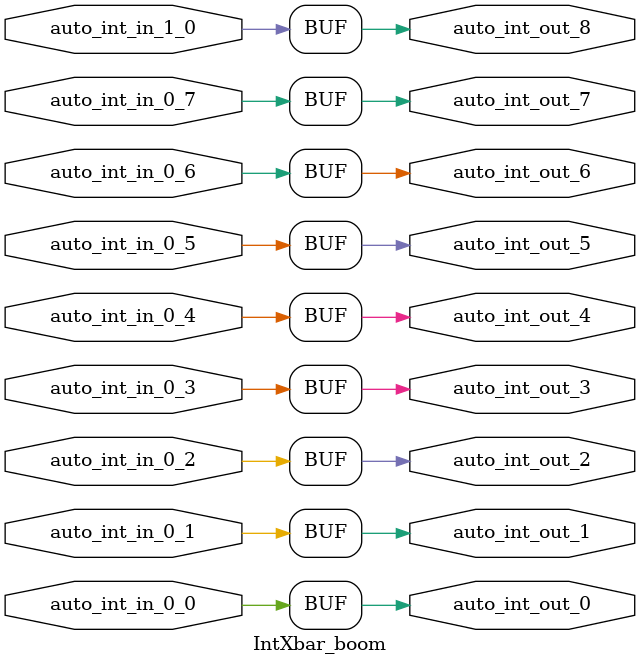
<source format=sv>
`ifndef RANDOMIZE
  `ifdef RANDOMIZE_REG_INIT
    `define RANDOMIZE
  `endif // RANDOMIZE_REG_INIT
`endif // not def RANDOMIZE
`ifndef RANDOMIZE
  `ifdef RANDOMIZE_MEM_INIT
    `define RANDOMIZE
  `endif // RANDOMIZE_MEM_INIT
`endif // not def RANDOMIZE

`ifndef RANDOM
  `define RANDOM $random
`endif // not def RANDOM

// Users can define 'PRINTF_COND' to add an extra gate to prints.
`ifndef PRINTF_COND_
  `ifdef PRINTF_COND
    `define PRINTF_COND_ (`PRINTF_COND)
  `else  // PRINTF_COND
    `define PRINTF_COND_ 1
  `endif // PRINTF_COND
`endif // not def PRINTF_COND_

// Users can define 'ASSERT_VERBOSE_COND' to add an extra gate to assert error printing.
`ifndef ASSERT_VERBOSE_COND_
  `ifdef ASSERT_VERBOSE_COND
    `define ASSERT_VERBOSE_COND_ (`ASSERT_VERBOSE_COND)
  `else  // ASSERT_VERBOSE_COND
    `define ASSERT_VERBOSE_COND_ 1
  `endif // ASSERT_VERBOSE_COND
`endif // not def ASSERT_VERBOSE_COND_

// Users can define 'STOP_COND' to add an extra gate to stop conditions.
`ifndef STOP_COND_
  `ifdef STOP_COND
    `define STOP_COND_ (`STOP_COND)
  `else  // STOP_COND
    `define STOP_COND_ 1
  `endif // STOP_COND
`endif // not def STOP_COND_

// Users can define INIT_RANDOM as general code that gets injected into the
// initializer block for modules with registers.
`ifndef INIT_RANDOM
  `define INIT_RANDOM
`endif // not def INIT_RANDOM

// If using random initialization, you can also define RANDOMIZE_DELAY to
// customize the delay used, otherwise 0.002 is used.
`ifndef RANDOMIZE_DELAY
  `define RANDOMIZE_DELAY 0.002
`endif // not def RANDOMIZE_DELAY

// Define INIT_RANDOM_PROLOG_ for use in our modules below.
`ifndef INIT_RANDOM_PROLOG_
  `ifdef RANDOMIZE
    `ifdef VERILATOR
      `define INIT_RANDOM_PROLOG_ `INIT_RANDOM
    `else  // VERILATOR
      `define INIT_RANDOM_PROLOG_ `INIT_RANDOM #`RANDOMIZE_DELAY begin end
    `endif // VERILATOR
  `else  // RANDOMIZE
    `define INIT_RANDOM_PROLOG_
  `endif // RANDOMIZE
`endif // not def INIT_RANDOM_PROLOG_

module IntXbar_boom(
  input  auto_int_in_1_0,
         auto_int_in_0_0,
         auto_int_in_0_1,
         auto_int_in_0_2,
         auto_int_in_0_3,
         auto_int_in_0_4,
         auto_int_in_0_5,
         auto_int_in_0_6,
         auto_int_in_0_7,
  output auto_int_out_0,
         auto_int_out_1,
         auto_int_out_2,
         auto_int_out_3,
         auto_int_out_4,
         auto_int_out_5,
         auto_int_out_6,
         auto_int_out_7,
         auto_int_out_8
);

  assign auto_int_out_0 = auto_int_in_0_0;
  assign auto_int_out_1 = auto_int_in_0_1;
  assign auto_int_out_2 = auto_int_in_0_2;
  assign auto_int_out_3 = auto_int_in_0_3;
  assign auto_int_out_4 = auto_int_in_0_4;
  assign auto_int_out_5 = auto_int_in_0_5;
  assign auto_int_out_6 = auto_int_in_0_6;
  assign auto_int_out_7 = auto_int_in_0_7;
  assign auto_int_out_8 = auto_int_in_1_0;
endmodule


</source>
